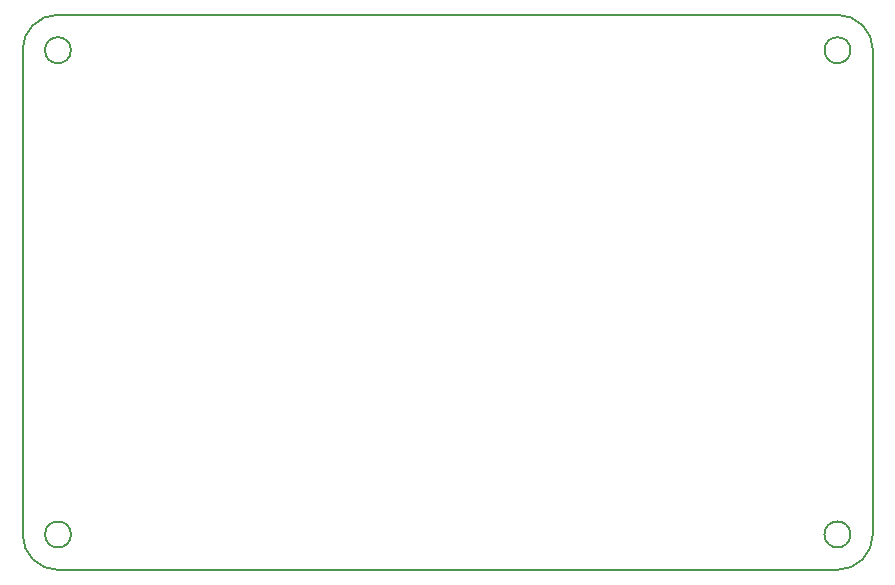
<source format=gm1>
%TF.GenerationSoftware,KiCad,Pcbnew,(6.0.11)*%
%TF.CreationDate,2023-04-21T23:53:04+09:00*%
%TF.ProjectId,line_board,6c696e65-5f62-46f6-9172-642e6b696361,rev?*%
%TF.SameCoordinates,Original*%
%TF.FileFunction,Profile,NP*%
%FSLAX46Y46*%
G04 Gerber Fmt 4.6, Leading zero omitted, Abs format (unit mm)*
G04 Created by KiCad (PCBNEW (6.0.11)) date 2023-04-21 23:53:04*
%MOMM*%
%LPD*%
G01*
G04 APERTURE LIST*
%TA.AperFunction,Profile*%
%ADD10C,0.200000*%
%TD*%
G04 APERTURE END LIST*
D10*
X139960000Y-73170000D02*
G75*
G03*
X136960000Y-76170000I0J-3000000D01*
G01*
X136960000Y-117170000D02*
X136960000Y-76170000D01*
X136960000Y-117170000D02*
G75*
G03*
X139960000Y-120170000I3000000J0D01*
G01*
X205960000Y-120170000D02*
X139960000Y-120170000D01*
X205960000Y-120170000D02*
G75*
G03*
X208960000Y-117170000I-1J3000001D01*
G01*
X208960000Y-76170000D02*
X208960000Y-117170000D01*
X208960000Y-76170000D02*
G75*
G03*
X205960000Y-73170000I-3000001J-1D01*
G01*
X139960000Y-73170000D02*
X205960000Y-73170000D01*
X207060000Y-76170000D02*
G75*
G03*
X207060000Y-76170000I-1100000J0D01*
G01*
X207060000Y-117170000D02*
G75*
G03*
X207060000Y-117170000I-1100000J0D01*
G01*
X141060000Y-117170000D02*
G75*
G03*
X141060000Y-117170000I-1100000J0D01*
G01*
X141060000Y-76170000D02*
G75*
G03*
X141060000Y-76170000I-1100000J0D01*
G01*
M02*

</source>
